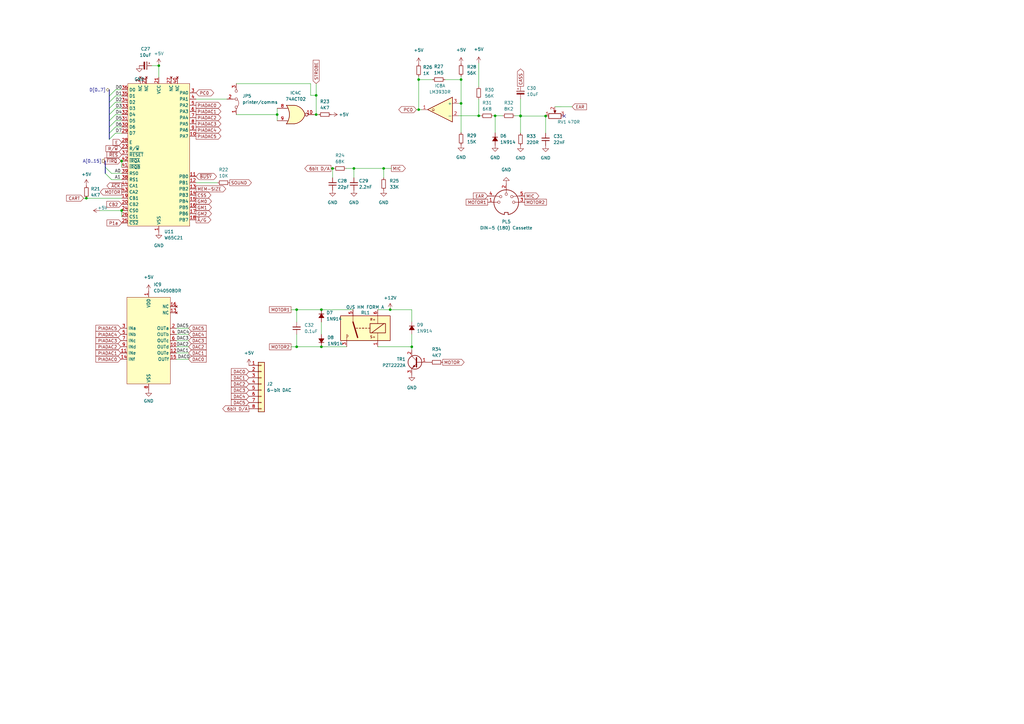
<source format=kicad_sch>
(kicad_sch (version 20231120) (generator "eeschema") (generator_version "8.0")
  (paper "A3")
  (lib_symbols
    (symbol "74xx:74LS02" (pin_names (offset 1.016))
      (property "Reference" "U" (at 0 1.27 0))
      (property "Value" "74LS02" (at 0 -1.27 0))
      (symbol "74LS02_1_1"
        (arc (start -3.81 -3.81) (mid -2.589 0) (end -3.81 3.81) (stroke (width 0.254)))
        (arc (start -0.6096 -3.81) (mid 2.1855 -2.584) (end 3.81 0) (stroke (width 0.254)) (fill (type background)))
        (polyline (pts (xy -3.81 -3.81) (xy -0.635 -3.81)) (stroke (width 0.254)) (fill (type background)))
        (polyline (pts (xy -3.81 3.81) (xy -0.635 3.81)) (stroke (width 0.254)) (fill (type background)))
        (polyline (pts (xy -0.635 3.81) (xy -3.81 3.81) (xy -3.81 3.81) (xy -3.556 3.4036) (xy -3.0226 2.2606) (xy -2.6924 1.0414) (xy -2.6162 -0.254) (xy -2.7686 -1.4986) (xy -3.175 -2.7178) (xy -3.81 -3.81) (xy -3.81 -3.81) (xy -0.635 -3.81)) (stroke (width -25.4)) (fill (type background)))
        (arc (start 3.81 0) (mid 2.1928 2.5925) (end -0.6096 3.81) (stroke (width 0.254)) (fill (type background)))
        (pin output inverted (at 7.62 0 180) (length 3.81) (name "~") (number "1"))
        (pin input line (at -7.62 2.54 0) (length 4.318) (name "~") (number "2"))
        (pin input line (at -7.62 -2.54 0) (length 4.318) (name "~") (number "3"))
      )
      (symbol "74LS02_1_2"
        (arc (start 0 -3.81) (mid 3.7934 0) (end 0 3.81) (stroke (width 0.254)) (fill (type background)))
        (polyline (pts (xy 0 3.81) (xy -3.81 3.81) (xy -3.81 -3.81) (xy 0 -3.81)) (stroke (width 0.254)) (fill (type background)))
        (pin output line (at 7.62 0 180) (length 3.81) (name "~") (number "1"))
        (pin input inverted (at -7.62 2.54 0) (length 3.81) (name "~") (number "2"))
        (pin input inverted (at -7.62 -2.54 0) (length 3.81) (name "~") (number "3"))
      )
      (symbol "74LS02_2_1"
        (arc (start -3.81 -3.81) (mid -2.589 0) (end -3.81 3.81) (stroke (width 0.254)))
        (arc (start -0.6096 -3.81) (mid 2.1855 -2.584) (end 3.81 0) (stroke (width 0.254)) (fill (type background)))
        (polyline (pts (xy -3.81 -3.81) (xy -0.635 -3.81)) (stroke (width 0.254)) (fill (type background)))
        (polyline (pts (xy -3.81 3.81) (xy -0.635 3.81)) (stroke (width 0.254)) (fill (type background)))
        (polyline (pts (xy -0.635 3.81) (xy -3.81 3.81) (xy -3.81 3.81) (xy -3.556 3.4036) (xy -3.0226 2.2606) (xy -2.6924 1.0414) (xy -2.6162 -0.254) (xy -2.7686 -1.4986) (xy -3.175 -2.7178) (xy -3.81 -3.81) (xy -3.81 -3.81) (xy -0.635 -3.81)) (stroke (width -25.4)) (fill (type background)))
        (arc (start 3.81 0) (mid 2.1928 2.5925) (end -0.6096 3.81) (stroke (width 0.254)) (fill (type background)))
        (pin output inverted (at 7.62 0 180) (length 3.81) (name "~") (number "4"))
        (pin input line (at -7.62 2.54 0) (length 4.318) (name "~") (number "5"))
        (pin input line (at -7.62 -2.54 0) (length 4.318) (name "~") (number "6"))
      )
      (symbol "74LS02_2_2"
        (arc (start 0 -3.81) (mid 3.7934 0) (end 0 3.81) (stroke (width 0.254)) (fill (type background)))
        (polyline (pts (xy 0 3.81) (xy -3.81 3.81) (xy -3.81 -3.81) (xy 0 -3.81)) (stroke (width 0.254)) (fill (type background)))
        (pin output line (at 7.62 0 180) (length 3.81) (name "~") (number "4"))
        (pin input inverted (at -7.62 2.54 0) (length 3.81) (name "~") (number "5"))
        (pin input inverted (at -7.62 -2.54 0) (length 3.81) (name "~") (number "6"))
      )
      (symbol "74LS02_3_1"
        (arc (start -3.81 -3.81) (mid -2.589 0) (end -3.81 3.81) (stroke (width 0.254)))
        (arc (start -0.6096 -3.81) (mid 2.1855 -2.584) (end 3.81 0) (stroke (width 0.254)) (fill (type background)))
        (polyline (pts (xy -3.81 -3.81) (xy -0.635 -3.81)) (stroke (width 0.254)) (fill (type background)))
        (polyline (pts (xy -3.81 3.81) (xy -0.635 3.81)) (stroke (width 0.254)) (fill (type background)))
        (polyline (pts (xy -0.635 3.81) (xy -3.81 3.81) (xy -3.81 3.81) (xy -3.556 3.4036) (xy -3.0226 2.2606) (xy -2.6924 1.0414) (xy -2.6162 -0.254) (xy -2.7686 -1.4986) (xy -3.175 -2.7178) (xy -3.81 -3.81) (xy -3.81 -3.81) (xy -0.635 -3.81)) (stroke (width -25.4)) (fill (type background)))
        (arc (start 3.81 0) (mid 2.1928 2.5925) (end -0.6096 3.81) (stroke (width 0.254)) (fill (type background)))
        (pin output inverted (at 7.62 0 180) (length 3.81) (name "~") (number "10"))
        (pin input line (at -7.62 2.54 0) (length 4.318) (name "~") (number "8"))
        (pin input line (at -7.62 -2.54 0) (length 4.318) (name "~") (number "9"))
      )
      (symbol "74LS02_3_2"
        (arc (start 0 -3.81) (mid 3.7934 0) (end 0 3.81) (stroke (width 0.254)) (fill (type background)))
        (polyline (pts (xy 0 3.81) (xy -3.81 3.81) (xy -3.81 -3.81) (xy 0 -3.81)) (stroke (width 0.254)) (fill (type background)))
        (pin output line (at 7.62 0 180) (length 3.81) (name "~") (number "10"))
        (pin input inverted (at -7.62 2.54 0) (length 3.81) (name "~") (number "8"))
        (pin input inverted (at -7.62 -2.54 0) (length 3.81) (name "~") (number "9"))
      )
      (symbol "74LS02_4_1"
        (arc (start -3.81 -3.81) (mid -2.589 0) (end -3.81 3.81) (stroke (width 0.254)))
        (arc (start -0.6096 -3.81) (mid 2.1855 -2.584) (end 3.81 0) (stroke (width 0.254)) (fill (type background)))
        (polyline (pts (xy -3.81 -3.81) (xy -0.635 -3.81)) (stroke (width 0.254)) (fill (type background)))
        (polyline (pts (xy -3.81 3.81) (xy -0.635 3.81)) (stroke (width 0.254)) (fill (type background)))
        (polyline (pts (xy -0.635 3.81) (xy -3.81 3.81) (xy -3.81 3.81) (xy -3.556 3.4036) (xy -3.0226 2.2606) (xy -2.6924 1.0414) (xy -2.6162 -0.254) (xy -2.7686 -1.4986) (xy -3.175 -2.7178) (xy -3.81 -3.81) (xy -3.81 -3.81) (xy -0.635 -3.81)) (stroke (width -25.4)) (fill (type background)))
        (arc (start 3.81 0) (mid 2.1928 2.5925) (end -0.6096 3.81) (stroke (width 0.254)) (fill (type background)))
        (pin input line (at -7.62 2.54 0) (length 4.318) (name "~") (number "11"))
        (pin input line (at -7.62 -2.54 0) (length 4.318) (name "~") (number "12"))
        (pin output inverted (at 7.62 0 180) (length 3.81) (name "~") (number "13"))
      )
      (symbol "74LS02_4_2"
        (arc (start 0 -3.81) (mid 3.7934 0) (end 0 3.81) (stroke (width 0.254)) (fill (type background)))
        (polyline (pts (xy 0 3.81) (xy -3.81 3.81) (xy -3.81 -3.81) (xy 0 -3.81)) (stroke (width 0.254)) (fill (type background)))
        (pin input inverted (at -7.62 2.54 0) (length 3.81) (name "~") (number "11"))
        (pin input inverted (at -7.62 -2.54 0) (length 3.81) (name "~") (number "12"))
        (pin output line (at 7.62 0 180) (length 3.81) (name "~") (number "13"))
      )
      (symbol "74LS02_5_0"
        (pin power_in line (at 0 12.7 270) (length 5.08) (name "VCC") (number "14"))
        (pin power_in line (at 0 -12.7 90) (length 5.08) (name "GND") (number "7"))
      )
      (symbol "74LS02_5_1"
        (rectangle (start -5.08 7.62) (end 5.08 -7.62) (stroke (width 0.254)) (fill (type background)))
      )
    )
    (symbol "Comparator:LM393" (pin_names (offset 0.127))
      (property "Reference" "U" (at 3.81 3.81 0))
      (property "Value" "LM393" (at 6.35 -3.81 0))
      (symbol "LM393_1_1"
        (polyline (pts (xy -5.08 5.08) (xy 5.08 0) (xy -5.08 -5.08) (xy -5.08 5.08)) (stroke (width 0.254)) (fill (type background)))
        (polyline (pts (xy 3.302 -0.508) (xy 2.794 -0.508) (xy 3.302 0) (xy 2.794 0.508) (xy 2.286 0) (xy 2.794 -0.508) (xy 2.286 -0.508)) (stroke (width 0.127)))
        (pin open_collector line (at 7.62 0 180) (length 2.54) (name "~") (number "1"))
        (pin input line (at -7.62 -2.54 0) (length 2.54) (name "-") (number "2"))
        (pin input line (at -7.62 2.54 0) (length 2.54) (name "+") (number "3"))
      )
      (symbol "LM393_2_1"
        (polyline (pts (xy -5.08 5.08) (xy 5.08 0) (xy -5.08 -5.08) (xy -5.08 5.08)) (stroke (width 0.254)) (fill (type background)))
        (polyline (pts (xy 3.302 -0.508) (xy 2.794 -0.508) (xy 3.302 0) (xy 2.794 0.508) (xy 2.286 0) (xy 2.794 -0.508) (xy 2.286 -0.508)) (stroke (width 0.127)))
        (pin input line (at -7.62 2.54 0) (length 2.54) (name "+") (number "5"))
        (pin input line (at -7.62 -2.54 0) (length 2.54) (name "_") (number "6"))
        (pin open_collector line (at 7.62 0 180) (length 2.54) (name "~") (number "7"))
      )
      (symbol "LM393_3_1"
        (pin power_in line (at -2.54 -7.62 90) (length 3.81) (name "V-") (number "4"))
        (pin power_in line (at -2.54 7.62 270) (length 3.81) (name "V+") (number "8"))
      )
    )
    (symbol "Connector:DIN-5_180degree" (pin_names (offset 1.016))
      (property "Reference" "J" (at 3.175 5.715 0))
      (property "Value" "DIN-5_180degree" (at 0 -6.35 0))
      (symbol "DIN-5_180degree_0_1"
        (arc (start -5.08 0) (mid -3.8597 -3.3379) (end -0.762 -5.08) (stroke (width 0.254)))
        (circle (center -3.048 0) (radius 0.508))
        (circle (center -2.286 2.286) (radius 0.508))
        (polyline (pts (xy -5.08 0) (xy -3.556 0)))
        (polyline (pts (xy 0 5.08) (xy 0 3.81)))
        (polyline (pts (xy 5.08 0) (xy 3.556 0)))
        (polyline (pts (xy -5.08 2.54) (xy -4.318 2.54) (xy -2.794 2.286)))
        (polyline (pts (xy 5.08 2.54) (xy 4.318 2.54) (xy 2.794 2.286)))
        (polyline (pts (xy -0.762 -4.953) (xy -0.762 -4.191) (xy 0.762 -4.191) (xy 0.762 -4.953)) (stroke (width 0.254)))
        (circle (center 0 3.302) (radius 0.508))
        (arc (start 0.762 -5.08) (mid 3.8673 -3.3444) (end 5.08 0) (stroke (width 0.254)))
        (circle (center 2.286 2.286) (radius 0.508))
        (circle (center 3.048 0) (radius 0.508))
        (arc (start 5.08 0) (mid 0 5.0579) (end -5.08 0) (stroke (width 0.254)))
      )
      (symbol "DIN-5_180degree_1_1"
        (pin passive line (at -7.62 0 0) (length 2.54) (name "~") (number "1"))
        (pin passive line (at 0 7.62 270) (length 2.54) (name "~") (number "2"))
        (pin passive line (at 7.62 0 180) (length 2.54) (name "~") (number "3"))
        (pin passive line (at -7.62 2.54 0) (length 2.54) (name "~") (number "4"))
        (pin passive line (at 7.62 2.54 180) (length 2.54) (name "~") (number "5"))
      )
    )
    (symbol "Connector_Generic:Conn_01x08" (pin_names (offset 1.016) hide)
      (property "Reference" "J" (at 0 10.16 0))
      (property "Value" "Conn_01x08" (at 0 -12.7 0))
      (symbol "Conn_01x08_1_1"
        (rectangle (start -1.27 -10.033) (end 0 -10.287) (stroke (width 0.1524)))
        (rectangle (start -1.27 -7.493) (end 0 -7.747) (stroke (width 0.1524)))
        (rectangle (start -1.27 -4.953) (end 0 -5.207) (stroke (width 0.1524)))
        (rectangle (start -1.27 -2.413) (end 0 -2.667) (stroke (width 0.1524)))
        (rectangle (start -1.27 0.127) (end 0 -0.127) (stroke (width 0.1524)))
        (rectangle (start -1.27 2.667) (end 0 2.413) (stroke (width 0.1524)))
        (rectangle (start -1.27 5.207) (end 0 4.953) (stroke (width 0.1524)))
        (rectangle (start -1.27 7.747) (end 0 7.493) (stroke (width 0.1524)))
        (rectangle (start -1.27 8.89) (end 1.27 -11.43) (stroke (width 0.254)) (fill (type background)))
        (pin passive line (at -5.08 7.62 0) (length 3.81) (name "Pin_1") (number "1"))
        (pin passive line (at -5.08 5.08 0) (length 3.81) (name "Pin_2") (number "2"))
        (pin passive line (at -5.08 2.54 0) (length 3.81) (name "Pin_3") (number "3"))
        (pin passive line (at -5.08 0 0) (length 3.81) (name "Pin_4") (number "4"))
        (pin passive line (at -5.08 -2.54 0) (length 3.81) (name "Pin_5") (number "5"))
        (pin passive line (at -5.08 -5.08 0) (length 3.81) (name "Pin_6") (number "6"))
        (pin passive line (at -5.08 -7.62 0) (length 3.81) (name "Pin_7") (number "7"))
        (pin passive line (at -5.08 -10.16 0) (length 3.81) (name "Pin_8") (number "8"))
      )
    )
    (symbol "Device:C_Polarized_Small" (pin_numbers hide) (pin_names (offset 0.254) hide)
      (property "Reference" "C" (at 0.254 1.778 0))
      (property "Value" "C_Polarized_Small" (at 0.254 -2.032 0))
      (symbol "C_Polarized_Small_0_1"
        (rectangle (start -1.524 -0.3048) (end 1.524 -0.6858) (fill (type outline)))
        (rectangle (start -1.524 0.6858) (end 1.524 0.3048))
        (polyline (pts (xy -1.27 1.524) (xy -0.762 1.524)))
        (polyline (pts (xy -1.016 1.27) (xy -1.016 1.778)))
      )
      (symbol "C_Polarized_Small_1_1"
        (pin passive line (at 0 2.54 270) (length 1.8542) (name "~") (number "1"))
        (pin passive line (at 0 -2.54 90) (length 1.8542) (name "~") (number "2"))
      )
    )
    (symbol "Device:C_Small" (pin_numbers hide) (pin_names (offset 0.254) hide)
      (property "Reference" "C" (at 0.254 1.778 0))
      (property "Value" "C_Small" (at 0.254 -2.032 0))
      (symbol "C_Small_0_1"
        (polyline (pts (xy -1.524 -0.508) (xy 1.524 -0.508)) (stroke (width 0.3302)))
        (polyline (pts (xy -1.524 0.508) (xy 1.524 0.508)) (stroke (width 0.3048)))
      )
      (symbol "C_Small_1_1"
        (pin passive line (at 0 2.54 270) (length 2.032) (name "~") (number "1"))
        (pin passive line (at 0 -2.54 90) (length 2.032) (name "~") (number "2"))
      )
    )
    (symbol "Device:D_Small_Filled" (pin_numbers hide) (pin_names (offset 0.254) hide)
      (property "Reference" "D" (at -1.27 2.032 0))
      (property "Value" "D_Small_Filled" (at -3.81 -2.032 0))
      (symbol "D_Small_Filled_0_1"
        (polyline (pts (xy -0.762 -1.016) (xy -0.762 1.016)) (stroke (width 0.254)))
        (polyline (pts (xy -0.762 0) (xy 0.762 0)))
        (polyline (pts (xy 0.762 -1.016) (xy -0.762 0) (xy 0.762 1.016) (xy 0.762 -1.016)) (stroke (width 0.254)) (fill (type outline)))
      )
      (symbol "D_Small_Filled_1_1"
        (pin passive line (at -2.54 0 0) (length 1.778) (name "K") (number "1"))
        (pin passive line (at 2.54 0 180) (length 1.778) (name "A") (number "2"))
      )
    )
    (symbol "Device:R_Potentiometer" (pin_names (offset 1.016) hide)
      (property "Reference" "RV" (at -4.445 0 90))
      (property "Value" "R_Potentiometer" (at -2.54 0 90))
      (symbol "R_Potentiometer_0_1"
        (polyline (pts (xy 2.54 0) (xy 1.524 0)))
        (polyline (pts (xy 1.143 0) (xy 2.286 0.508) (xy 2.286 -0.508) (xy 1.143 0)) (fill (type outline)))
        (rectangle (start 1.016 2.54) (end -1.016 -2.54) (stroke (width 0.254)))
      )
      (symbol "R_Potentiometer_1_1"
        (pin passive line (at 0 3.81 270) (length 1.27) (name "1") (number "1"))
        (pin passive line (at 3.81 0 180) (length 1.27) (name "2") (number "2"))
        (pin passive line (at 0 -3.81 90) (length 1.27) (name "3") (number "3"))
      )
    )
    (symbol "Device:R_Small" (pin_numbers hide) (pin_names (offset 0.254) hide)
      (property "Reference" "R" (at 0.762 0.508 0))
      (property "Value" "R_Small" (at 0.762 -1.016 0))
      (symbol "R_Small_0_1"
        (rectangle (start -0.762 1.778) (end 0.762 -1.778) (stroke (width 0.2032)))
      )
      (symbol "R_Small_1_1"
        (pin passive line (at 0 2.54 270) (length 0.762) (name "~") (number "1"))
        (pin passive line (at 0 -2.54 90) (length 0.762) (name "~") (number "2"))
      )
    )
    (symbol "Jumper:Jumper_3_Bridged12" (pin_names (offset 0) hide)
      (property "Reference" "JP" (at -2.54 -2.54 0))
      (property "Value" "Jumper_3_Bridged12" (at 0 2.794 0))
      (symbol "Jumper_3_Bridged12_0_0"
        (circle (center -3.302 0) (radius 0.508))
        (circle (center 0 0) (radius 0.508))
        (circle (center 3.302 0) (radius 0.508))
      )
      (symbol "Jumper_3_Bridged12_0_1"
        (arc (start -0.254 0.508) (mid -1.651 0.9912) (end -3.048 0.508))
        (polyline (pts (xy 0 -1.27) (xy 0 -0.508)))
      )
      (symbol "Jumper_3_Bridged12_1_1"
        (pin passive line (at -6.35 0 0) (length 2.54) (name "A") (number "1"))
        (pin input line (at 0 -3.81 90) (length 2.54) (name "C") (number "2"))
        (pin passive line (at 6.35 0 180) (length 2.54) (name "B") (number "3"))
      )
    )
    (symbol "Motorola PIA:MC14050BCP"
      (property "Reference" "U" (at 0 8.89 0))
      (property "Value" "MC14050BCP" (at 0 -10.16 0))
      (symbol "MC14050BCP_0_1"
        (rectangle (start -8.89 17.78) (end 8.89 -17.78) (fill (type background)))
      )
      (symbol "MC14050BCP_1_1"
        (pin power_in line (at 0 20.32 270) (length 2.54) (name "VDD") (number "1"))
        (pin output line (at 11.43 -2.54 180) (length 2.54) (name "OUTd") (number "10"))
        (pin input line (at -11.43 -5.08 0) (length 2.54) (name "INe") (number "11"))
        (pin output line (at 11.43 -5.08 180) (length 2.54) (name "OUTe") (number "12"))
        (pin no_connect line (at 11.43 11.43 180) (length 2.54) (name "NC") (number "13"))
        (pin input line (at -11.43 -7.62 0) (length 2.54) (name "INf") (number "14"))
        (pin output line (at 11.43 -7.62 180) (length 2.54) (name "OUTf") (number "15"))
        (pin no_connect line (at 11.43 13.97 180) (length 2.54) (name "NC") (number "16"))
        (pin output line (at 11.43 5.08 180) (length 2.54) (name "OUTa") (number "2"))
        (pin input line (at -11.43 5.08 0) (length 2.54) (name "INa") (number "3"))
        (pin output line (at 11.43 2.54 180) (length 2.54) (name "OUTb") (number "4"))
        (pin input line (at -11.43 2.54 0) (length 2.54) (name "INb") (number "5"))
        (pin output line (at 11.43 0 180) (length 2.54) (name "OUTc") (number "6"))
        (pin input line (at -11.43 0 0) (length 2.54) (name "INc") (number "7"))
        (pin power_in line (at 0 -20.32 90) (length 2.54) (name "VSS") (number "8"))
        (pin input line (at -11.43 -2.54 0) (length 2.54) (name "INd") (number "9"))
      )
    )
    (symbol "Motorola PIA:W65C21"
      (property "Reference" "U" (at 0 1.27 0))
      (property "Value" "W65C21" (at 0 -1.27 0))
      (symbol "W65C21_0_1"
        (rectangle (start -12.7 30.48) (end 12.7 -27.94) (fill (type background)))
      )
      (symbol "W65C21_1_0"
        (pin output line (at -15.24 -3.81 0) (length 2.54) (name "~{IRQB}") (number "41"))
        (pin output line (at -15.24 -1.27 0) (length 2.54) (name "~{IRQA}") (number "42"))
        (pin input line (at -15.24 -13.97 0) (length 2.54) (name "CA2") (number "43"))
        (pin input line (at -15.24 -11.43 0) (length 2.54) (name "CA1") (number "44"))
      )
      (symbol "W65C21_1_1"
        (pin passive line (at 0 -30.48 90) (length 2.54) (name "VSS") (number "1"))
        (pin bidirectional line (at 15.24 8.89 180) (length 2.54) (name "PA7") (number "10"))
        (pin bidirectional line (at 15.24 -7.62 180) (length 2.54) (name "PB0") (number "11"))
        (pin bidirectional line (at 15.24 -10.16 180) (length 2.54) (name "PB1") (number "12"))
        (pin bidirectional line (at 15.24 -12.7 180) (length 2.54) (name "PB2") (number "13"))
        (pin bidirectional line (at 15.24 -15.24 180) (length 2.54) (name "PB3") (number "14"))
        (pin bidirectional line (at 15.24 -17.78 180) (length 2.54) (name "PB4") (number "15"))
        (pin bidirectional line (at 15.24 -20.32 180) (length 2.54) (name "PB5") (number "16"))
        (pin bidirectional line (at 15.24 -22.86 180) (length 2.54) (name "PB6") (number "17"))
        (pin bidirectional line (at 15.24 -25.4 180) (length 2.54) (name "PB7") (number "18"))
        (pin input line (at -15.24 -16.51 0) (length 2.54) (name "CB1") (number "19"))
        (pin no_connect line (at -7.62 33.02 270) (length 2.54) (name "NC") (number "2"))
        (pin input line (at -15.24 -19.05 0) (length 2.54) (name "CB2") (number "20"))
        (pin passive line (at 0 33.02 270) (length 2.54) (name "VCC") (number "21"))
        (pin no_connect line (at -5.08 33.02 270) (length 2.54) (name "NC") (number "22"))
        (pin input line (at -15.24 3.81 0) (length 2.54) (name "R/~{W}") (number "23"))
        (pin input line (at -15.24 -21.59 0) (length 2.54) (name "CS0") (number "24"))
        (pin input line (at -15.24 -26.67 0) (length 2.54) (name "~{CS2}") (number "25"))
        (pin input line (at -15.24 -24.13 0) (length 2.54) (name "CS1") (number "26"))
        (pin no_connect line (at 5.08 33.02 270) (length 2.54) (name "NC") (number "27"))
        (pin input line (at -15.24 6.35 0) (length 2.54) (name "E") (number "28"))
        (pin bidirectional line (at -15.24 10.16 0) (length 2.54) (name "D7") (number "29"))
        (pin bidirectional line (at 15.24 26.67 180) (length 2.54) (name "PA0") (number "3"))
        (pin bidirectional line (at -15.24 12.7 0) (length 2.54) (name "D6") (number "30"))
        (pin bidirectional line (at -15.24 15.24 0) (length 2.54) (name "D5") (number "31"))
        (pin bidirectional line (at -15.24 17.78 0) (length 2.54) (name "D4") (number "32"))
        (pin bidirectional line (at -15.24 20.32 0) (length 2.54) (name "D3") (number "33"))
        (pin bidirectional line (at -15.24 22.86 0) (length 2.54) (name "D2") (number "34"))
        (pin bidirectional line (at -15.24 25.4 0) (length 2.54) (name "D1") (number "35"))
        (pin bidirectional line (at -15.24 27.94 0) (length 2.54) (name "D0") (number "36"))
        (pin input line (at -15.24 1.27 0) (length 2.54) (name "~{RESET}") (number "37"))
        (pin input line (at -15.24 -8.89 0) (length 2.54) (name "RS1") (number "38"))
        (pin input line (at -15.24 -6.35 0) (length 2.54) (name "RS0") (number "39"))
        (pin bidirectional line (at 15.24 24.13 180) (length 2.54) (name "PA1") (number "4"))
        (pin no_connect line (at 7.62 33.02 270) (length 2.54) (name "NC") (number "40"))
        (pin bidirectional line (at 15.24 21.59 180) (length 2.54) (name "PA2") (number "5"))
        (pin bidirectional line (at 15.24 19.05 180) (length 2.54) (name "PA3") (number "6"))
        (pin bidirectional line (at 15.24 16.51 180) (length 2.54) (name "PA4") (number "7"))
        (pin bidirectional line (at 15.24 13.97 180) (length 2.54) (name "PA5") (number "8"))
        (pin bidirectional line (at 15.24 11.43 180) (length 2.54) (name "PA6") (number "9"))
      )
    )
    (symbol "Relay:ADW11"
      (property "Reference" "K" (at 11.43 3.81 0))
      (property "Value" "ADW11" (at 13.97 1.27 0))
      (symbol "ADW11_1_1"
        (rectangle (start -10.16 5.08) (end 10.16 -5.08) (stroke (width 0.254)) (fill (type background)))
        (rectangle (start -8.255 1.905) (end -1.905 -1.905) (stroke (width 0.254)))
        (polyline (pts (xy -7.62 -1.905) (xy -2.54 1.905)) (stroke (width 0.254)))
        (polyline (pts (xy -5.08 -5.08) (xy -5.08 -1.905)))
        (polyline (pts (xy -5.08 5.08) (xy -5.08 1.905)))
        (polyline (pts (xy -1.905 0) (xy -1.27 0)) (stroke (width 0.254)))
        (polyline (pts (xy -0.635 0) (xy 0 0)) (stroke (width 0.254)))
        (polyline (pts (xy 0.635 0) (xy 1.27 0)) (stroke (width 0.254)))
        (polyline (pts (xy 0.635 0) (xy 1.27 0)) (stroke (width 0.254)))
        (polyline (pts (xy 1.905 0) (xy 2.54 0)) (stroke (width 0.254)))
        (polyline (pts (xy 3.175 0) (xy 3.81 0)) (stroke (width 0.254)))
        (polyline (pts (xy 5.08 -2.54) (xy 3.175 3.81)) (stroke (width 0.508)))
        (polyline (pts (xy 5.08 -2.54) (xy 5.08 -5.08)))
        (polyline (pts (xy 7.62 3.81) (xy 7.62 5.08)))
        (polyline (pts (xy 7.62 3.81) (xy 7.62 2.54) (xy 6.985 3.175) (xy 7.62 3.81)))
        (text "R+" (at -3.048 -3.556 0) (effects (font (size 1.016 1.016))))
        (text "S+" (at -3.048 3.556 0) (effects (font (size 1.016 1.016))))
        (pin passive line (at -5.08 7.62 270) (length 2.54) (name "~") (number "1"))
        (pin passive line (at 7.62 7.62 270) (length 2.54) (name "~") (number "3"))
        (pin passive line (at 5.08 -7.62 90) (length 2.54) (name "~") (number "5"))
        (pin passive line (at -5.08 -7.62 90) (length 2.54) (name "~") (number "6"))
      )
    )
    (symbol "Transistor_BJT:PZT2222A" (pin_names (offset 0) hide)
      (property "Reference" "Q" (at 5.08 1.905 0))
      (property "Value" "PZT2222A" (at 5.08 0 0))
      (symbol "PZT2222A_0_1"
        (polyline (pts (xy 0 0) (xy 0.635 0)))
        (polyline (pts (xy 2.54 -2.54) (xy 0.635 -0.635)))
        (polyline (pts (xy 2.54 2.54) (xy 0.635 0.635)))
        (polyline (pts (xy 0.635 1.905) (xy 0.635 -1.905) (xy 0.635 -1.905)) (stroke (width 0.508)))
        (polyline (pts (xy 2.286 -2.286) (xy 1.778 -1.778) (xy 1.778 -1.778)))
        (polyline (pts (xy 1.143 -1.651) (xy 1.651 -1.143) (xy 2.159 -2.159) (xy 1.143 -1.651) (xy 1.143 -1.651)) (fill (type outline)))
        (circle (center 1.27 0) (radius 2.8194) (stroke (width 0.254)))
      )
      (symbol "PZT2222A_1_1"
        (pin input line (at -5.08 0 0) (length 5.08) (name "B") (number "1"))
        (pin passive line (at 2.54 5.08 270) (length 2.54) (name "C") (number "2"))
        (pin passive line (at 2.54 -5.08 90) (length 2.54) (name "E") (number "3"))
      )
    )
    (symbol "power:+12V" (power) (pin_names (offset 0))
      (property "Value" "+12V" (at 0 3.556 0))
      (symbol "+12V_0_1"
        (polyline (pts (xy -0.762 1.27) (xy 0 2.54)))
        (polyline (pts (xy 0 0) (xy 0 2.54)))
        (polyline (pts (xy 0 2.54) (xy 0.762 1.27)))
      )
      (symbol "+12V_1_1"
        (pin power_in line (at 0 0 90) (length 0) hide (name "+12V") (number "1"))
      )
    )
    (symbol "power:+5V" (power) (pin_names (offset 0))
      (property "Value" "+5V" (at 0 3.556 0))
      (symbol "+5V_0_1"
        (polyline (pts (xy -0.762 1.27) (xy 0 2.54)))
        (polyline (pts (xy 0 0) (xy 0 2.54)))
        (polyline (pts (xy 0 2.54) (xy 0.762 1.27)))
      )
      (symbol "+5V_1_1"
        (pin power_in line (at 0 0 90) (length 0) hide (name "+5V") (number "1"))
      )
    )
    (symbol "power:GND" (power) (pin_names (offset 0))
      (property "Value" "GND" (at 0 -3.81 0))
      (symbol "GND_0_1"
        (polyline (pts (xy 0 0) (xy 0 -1.27) (xy 1.27 -1.27) (xy 0 -2.54) (xy -1.27 -1.27) (xy 0 -1.27)))
      )
      (symbol "GND_1_1"
        (pin power_in line (at 0 0 270) (length 0) hide (name "GND") (number "1"))
      )
    )
  )
  (junction (at 223.774 47.5983))
  (junction (at 196.342 47.498))
  (junction (at 189.103 32.639))
  (junction (at 35.433 81.28))
  (junction (at 131.826 127))
  (junction (at 203.073 47.498))
  (junction (at 189.103 42.418))
  (junction (at 65.151 26.924))
  (junction (at 113.665 46.99))
  (junction (at 160.02 127))
  (junction (at 131.826 142.24))
  (junction (at 213.487 47.498))
  (junction (at 213.487 47.5983))
  (junction (at 136.398 69.088))
  (junction (at 129.667 46.99))
  (junction (at 49.911 86.36))
  (junction (at 121.666 127))
  (junction (at 49.911 66.04))
  (junction (at 171.704 44.958))
  (junction (at 171.704 32.639))
  (junction (at 145.161 69.088))
  (junction (at 121.666 142.24))
  (junction (at 157.353 69.088))
  (junction (at 129.667 39.116))
  (junction (at 168.91 142.24))
  (no_connect (at 231.394 47.5983))
  (bus_entry (at 44.831 52.07) (size 2.54 -2.54))
  (bus_entry (at 43.18 68.58) (size 2.54 2.54))
  (bus_entry (at 44.831 39.37) (size 2.54 -2.54))
  (bus_entry (at 43.18 71.12) (size 2.54 2.54))
  (bus_entry (at 44.831 46.99) (size 2.54 -2.54))
  (bus_entry (at 44.831 41.91) (size 2.54 -2.54))
  (bus_entry (at 44.831 49.53) (size 2.54 -2.54))
  (bus_entry (at 44.831 57.15) (size 2.54 -2.54))
  (bus_entry (at 44.831 54.61) (size 2.54 -2.54))
  (bus_entry (at 44.831 44.45) (size 2.54 -2.54))
  (wire (pts (xy 77.343 139.7) (xy 72.39 139.7)))
  (wire (pts (xy 121.666 127) (xy 131.826 127)))
  (wire (pts (xy 49.911 66.04) (xy 49.911 68.58)))
  (wire (pts (xy 145.161 69.088) (xy 145.161 72.898)))
  (wire (pts (xy 196.342 25.908) (xy 196.342 35.56)))
  (wire (pts (xy 96.901 34.29) (xy 127.381 34.29)))
  (wire (pts (xy 171.704 32.639) (xy 171.704 44.958)))
  (wire (pts (xy 127.381 39.116) (xy 129.667 39.116)))
  (wire (pts (xy 77.343 147.32) (xy 72.39 147.32)))
  (wire (pts (xy 77.343 134.62) (xy 72.39 134.62)))
  (wire (pts (xy 47.371 52.07) (xy 49.911 52.07)))
  (bus (pts (xy 44.831 46.99) (xy 44.831 44.45)))
  (wire (pts (xy 129.667 39.116) (xy 129.667 46.99)))
  (wire (pts (xy 131.826 142.24) (xy 142.24 142.24)))
  (wire (pts (xy 213.487 47.498) (xy 211.201 47.498)))
  (wire (pts (xy 223.774 47.5983) (xy 213.487 47.5983)))
  (wire (pts (xy 213.487 47.5983) (xy 213.487 47.498)))
  (wire (pts (xy 96.901 46.99) (xy 113.665 46.99)))
  (wire (pts (xy 121.666 142.24) (xy 131.826 142.24)))
  (wire (pts (xy 160.02 127) (xy 168.91 127)))
  (wire (pts (xy 145.161 69.088) (xy 141.986 69.088)))
  (wire (pts (xy 203.073 47.498) (xy 202.311 47.498)))
  (wire (pts (xy 131.826 132.08) (xy 131.826 137.16)))
  (wire (pts (xy 113.665 44.45) (xy 113.665 46.99)))
  (wire (pts (xy 168.91 137.033) (xy 168.91 142.24)))
  (wire (pts (xy 47.371 49.53) (xy 49.911 49.53)))
  (wire (pts (xy 45.72 73.66) (xy 49.911 73.66)))
  (wire (pts (xy 62.23 26.924) (xy 65.151 26.924)))
  (wire (pts (xy 35.433 81.28) (xy 49.911 81.28)))
  (wire (pts (xy 40.894 86.36) (xy 49.911 86.36)))
  (wire (pts (xy 171.704 31.369) (xy 171.704 32.639)))
  (wire (pts (xy 171.704 32.639) (xy 177.419 32.639)))
  (bus (pts (xy 44.831 41.91) (xy 44.831 39.37)))
  (wire (pts (xy 47.371 46.99) (xy 49.911 46.99)))
  (wire (pts (xy 65.151 26.67) (xy 65.151 26.924)))
  (wire (pts (xy 189.103 32.639) (xy 182.499 32.639)))
  (wire (pts (xy 197.231 47.498) (xy 196.342 47.498)))
  (wire (pts (xy 93.091 40.64) (xy 80.391 40.64)))
  (wire (pts (xy 127.381 34.29) (xy 127.381 39.116)))
  (wire (pts (xy 89.154 74.93) (xy 80.391 74.93)))
  (bus (pts (xy 44.831 54.61) (xy 44.831 52.07)))
  (wire (pts (xy 34.29 81.28) (xy 35.433 81.28)))
  (wire (pts (xy 196.342 47.498) (xy 188.087 47.498)))
  (wire (pts (xy 113.665 46.99) (xy 113.665 49.53)))
  (wire (pts (xy 47.371 54.61) (xy 49.911 54.61)))
  (wire (pts (xy 47.371 39.37) (xy 49.911 39.37)))
  (wire (pts (xy 129.667 46.99) (xy 130.683 46.99)))
  (wire (pts (xy 160.528 69.088) (xy 157.353 69.088)))
  (wire (pts (xy 203.073 54.483) (xy 203.073 47.498)))
  (wire (pts (xy 77.343 137.16) (xy 72.39 137.16)))
  (bus (pts (xy 43.18 71.12) (xy 43.18 68.58)))
  (wire (pts (xy 121.666 137.16) (xy 121.666 142.24)))
  (bus (pts (xy 44.831 44.45) (xy 44.831 41.91)))
  (wire (pts (xy 234.6359 43.7939) (xy 227.584 43.7883)))
  (wire (pts (xy 47.371 36.83) (xy 49.911 36.83)))
  (wire (pts (xy 131.826 127) (xy 144.78 127)))
  (wire (pts (xy 189.103 31.242) (xy 189.103 32.639)))
  (wire (pts (xy 213.487 54.61) (xy 213.487 47.5983)))
  (wire (pts (xy 154.94 127) (xy 160.02 127)))
  (wire (pts (xy 121.666 132.08) (xy 121.666 127)))
  (wire (pts (xy 128.905 46.99) (xy 129.667 46.99)))
  (wire (pts (xy 189.103 32.639) (xy 189.103 42.418)))
  (wire (pts (xy 119.38 127) (xy 121.666 127)))
  (bus (pts (xy 44.831 49.53) (xy 44.831 52.07)))
  (wire (pts (xy 189.103 42.418) (xy 188.087 42.418)))
  (wire (pts (xy 189.103 42.418) (xy 189.103 54.356)))
  (wire (pts (xy 213.487 40.513) (xy 213.487 47.498)))
  (wire (pts (xy 77.343 142.24) (xy 72.39 142.24)))
  (bus (pts (xy 44.831 49.53) (xy 44.831 46.99)))
  (wire (pts (xy 119.38 142.24) (xy 121.666 142.24)))
  (wire (pts (xy 47.371 44.45) (xy 49.911 44.45)))
  (wire (pts (xy 129.667 34.29) (xy 129.667 39.116)))
  (wire (pts (xy 168.91 142.24) (xy 168.91 143.51)))
  (wire (pts (xy 171.704 44.958) (xy 172.847 44.958)))
  (wire (pts (xy 170.815 44.958) (xy 171.704 44.958)))
  (wire (pts (xy 77.343 144.78) (xy 72.39 144.78)))
  (wire (pts (xy 136.398 72.898) (xy 136.398 69.088)))
  (bus (pts (xy 44.831 54.61) (xy 44.831 57.15)))
  (wire (pts (xy 206.121 47.498) (xy 203.073 47.498)))
  (wire (pts (xy 168.91 127) (xy 168.91 131.953)))
  (wire (pts (xy 196.342 40.64) (xy 196.342 47.498)))
  (wire (pts (xy 49.53 66.04) (xy 49.911 66.04)))
  (wire (pts (xy 65.151 26.924) (xy 65.151 31.75)))
  (wire (pts (xy 49.911 86.36) (xy 49.911 88.9)))
  (bus (pts (xy 44.831 36.83) (xy 44.831 39.37)))
  (wire (pts (xy 135.763 69.088) (xy 136.398 69.088)))
  (wire (pts (xy 47.371 41.91) (xy 49.911 41.91)))
  (wire (pts (xy 45.72 71.12) (xy 49.911 71.12)))
  (wire (pts (xy 154.94 142.24) (xy 168.91 142.24)))
  (bus (pts (xy 43.18 66.04) (xy 43.18 68.58)))
  (wire (pts (xy 223.774 54.61) (xy 223.774 47.5983)))
  (wire (pts (xy 157.353 69.088) (xy 157.353 72.898)))
  (wire (pts (xy 136.398 69.088) (xy 136.906 69.088)))
  (wire (pts (xy 157.353 69.088) (xy 145.161 69.088)))
  (label "D1" (at 47.371 39.37 0))
  (label "A0" (at 49.53 71.12 180))
  (label "DAC0" (at 72.8456 147.32 0))
  (label "DAC1" (at 72.39 144.78 0))
  (label "D7" (at 47.371 54.61 0))
  (label "A1" (at 49.53 73.66 180))
  (label "D3" (at 47.371 44.45 0))
  (label "D5" (at 47.371 49.53 0))
  (label "D2" (at 47.371 41.91 0))
  (label "DAC5" (at 72.39 134.62 0))
  (label "DAC2" (at 72.39 142.24 0))
  (label "D4" (at 47.371 46.99 0))
  (label "DAC3" (at 72.39 139.7 0))
  (label "D6" (at 47.371 52.07 0))
  (label "DAC4" (at 72.6251 137.16 0))
  (label "D0" (at 47.371 36.83 0))
  (global_label "6bit D{slash}A" (shape output) (at 135.763 69.088 180) (property "Intersheetrefs" "${INTERSHEET_REFS}" (effects (hide yes))))
  (global_label "~{A}{slash}G" (shape output) (at 80.391 90.17 0) (property "Intersheetrefs" "${INTERSHEET_REFS}" (effects (hide yes))))
  (global_label "DAC0" (shape input) (at 77.343 147.32 0) (property "Intersheetrefs" "${INTERSHEET_REFS}" (effects (hide yes))))
  (global_label "MOTOR" (shape output) (at 49.911 78.74 180) (property "Intersheetrefs" "${INTERSHEET_REFS}" (effects (hide yes))))
  (global_label "EAR" (shape input) (at 200.025 80.391 180) (property "Intersheetrefs" "${INTERSHEET_REFS}" (effects (hide yes))))
  (global_label "MOTOR" (shape output) (at 181.61 148.59 0) (property "Intersheetrefs" "${INTERSHEET_REFS}" (effects (hide yes))))
  (global_label "PIADAC4" (shape input) (at 49.53 137.16 180) (property "Intersheetrefs" "${INTERSHEET_REFS}" (effects (hide yes))))
  (global_label "MIC" (shape output) (at 215.265 80.391 0) (property "Intersheetrefs" "${INTERSHEET_REFS}" (effects (hide yes))))
  (global_label "PIADAC4" (shape output) (at 80.391 53.34 0) (property "Intersheetrefs" "${INTERSHEET_REFS}" (effects (hide yes))))
  (global_label "~{ACK}" (shape output) (at 49.911 76.2 180) (property "Intersheetrefs" "${INTERSHEET_REFS}" (effects (hide yes))))
  (global_label "PIADAC5" (shape input) (at 49.53 134.62 180) (property "Intersheetrefs" "${INTERSHEET_REFS}" (effects (hide yes))))
  (global_label "PIADAC0" (shape input) (at 49.53 147.32 180) (property "Intersheetrefs" "${INTERSHEET_REFS}" (effects (hide yes))))
  (global_label "PIADAC0" (shape output) (at 80.391 43.18 0) (property "Intersheetrefs" "${INTERSHEET_REFS}" (effects (hide yes))))
  (global_label "DAC3" (shape input) (at 102.108 160.02 180) (property "Intersheetrefs" "${INTERSHEET_REFS}" (effects (hide yes))))
  (global_label "PIADAC1" (shape input) (at 49.53 144.78 180) (property "Intersheetrefs" "${INTERSHEET_REFS}" (effects (hide yes))))
  (global_label "SOUND" (shape output) (at 94.234 74.93 0) (property "Intersheetrefs" "${INTERSHEET_REFS}" (effects (hide yes))))
  (global_label "E" (shape input) (at 49.911 58.42 180) (property "Intersheetrefs" "${INTERSHEET_REFS}" (effects (hide yes))))
  (global_label "~{BUSY}" (shape bidirectional) (at 80.391 72.39 0) (property "Intersheetrefs" "${INTERSHEET_REFS}" (effects (hide yes))))
  (global_label "DAC5" (shape input) (at 102.108 165.1 180) (property "Intersheetrefs" "${INTERSHEET_REFS}" (effects (hide yes))))
  (global_label "GM0" (shape output) (at 80.391 82.55 0) (property "Intersheetrefs" "${INTERSHEET_REFS}" (effects (hide yes))))
  (global_label "CB2" (shape input) (at 49.911 83.82 180) (property "Intersheetrefs" "${INTERSHEET_REFS}" (effects (hide yes))))
  (global_label "DAC1" (shape input) (at 102.108 154.94 180) (property "Intersheetrefs" "${INTERSHEET_REFS}" (effects (hide yes))))
  (global_label "PIADAC5" (shape output) (at 80.391 55.88 0) (property "Intersheetrefs" "${INTERSHEET_REFS}" (effects (hide yes))))
  (global_label "DAC1" (shape input) (at 77.343 144.78 0) (property "Intersheetrefs" "${INTERSHEET_REFS}" (effects (hide yes))))
  (global_label "PIADAC1" (shape output) (at 80.391 45.72 0) (property "Intersheetrefs" "${INTERSHEET_REFS}" (effects (hide yes))))
  (global_label "CASS" (shape output) (at 213.487 35.433 90) (property "Intersheetrefs" "${INTERSHEET_REFS}" (effects (hide yes))))
  (global_label "PIADAC3" (shape output) (at 80.391 50.8 0) (property "Intersheetrefs" "${INTERSHEET_REFS}" (effects (hide yes))))
  (global_label "DAC5" (shape input) (at 77.343 134.62 0) (property "Intersheetrefs" "${INTERSHEET_REFS}" (effects (hide yes))))
  (global_label "MEM-SIZE" (shape output) (at 80.391 77.47 0) (property "Intersheetrefs" "${INTERSHEET_REFS}" (effects (hide yes))))
  (global_label "6bit D{slash}A" (shape output) (at 102.108 167.64 180) (property "Intersheetrefs" "${INTERSHEET_REFS}" (effects (hide yes))))
  (global_label "CART" (shape input) (at 34.29 81.28 180) (property "Intersheetrefs" "${INTERSHEET_REFS}" (effects (hide yes))))
  (global_label "~{RES}" (shape input) (at 49.911 63.5 180) (property "Intersheetrefs" "${INTERSHEET_REFS}" (effects (hide yes))))
  (global_label "EAR" (shape input) (at 234.6359 43.7939 0) (property "Intersheetrefs" "${INTERSHEET_REFS}" (effects (hide yes))))
  (global_label "GM2" (shape output) (at 80.391 87.63 0) (property "Intersheetrefs" "${INTERSHEET_REFS}" (effects (hide yes))))
  (global_label "~{FIRQ}" (shape input) (at 49.53 66.04 180) (property "Intersheetrefs" "${INTERSHEET_REFS}" (effects (hide yes))))
  (global_label "MOTOR2" (shape passive) (at 119.38 142.24 180) (property "Intersheetrefs" "${INTERSHEET_REFS}" (effects (hide yes))))
  (global_label "DAC4" (shape input) (at 77.343 137.16 0) (property "Intersheetrefs" "${INTERSHEET_REFS}" (effects (hide yes))))
  (global_label "GM1" (shape output) (at 80.391 85.09 0) (property "Intersheetrefs" "${INTERSHEET_REFS}" (effects (hide yes))))
  (global_label "MOTOR1" (shape passive) (at 200.025 82.931 180) (property "Intersheetrefs" "${INTERSHEET_REFS}" (effects (hide yes))))
  (global_label "STROBE" (shape input) (at 129.667 34.29 90) (property "Intersheetrefs" "${INTERSHEET_REFS}" (effects (hide yes))))
  (global_label "PIADAC3" (shape input) (at 49.53 139.7 180) (property "Intersheetrefs" "${INTERSHEET_REFS}" (effects (hide yes))))
  (global_label "PC0" (shape bidirectional) (at 80.391 38.1 0) (property "Intersheetrefs" "${INTERSHEET_REFS}" (effects (hide yes))))
  (global_label "CSS" (shape output) (at 80.391 80.01 0) (property "Intersheetrefs" "${INTERSHEET_REFS}" (effects (hide yes))))
  (global_label "MOTOR1" (shape passive) (at 119.38 127 180) (property "Intersheetrefs" "${INTERSHEET_REFS}" (effects (hide yes))))
  (global_label "PC0" (shape bidirectional) (at 170.815 44.958 180) (property "Intersheetrefs" "${INTERSHEET_REFS}" (effects (hide yes))))
  (global_label "DAC4" (shape input) (at 102.108 162.56 180) (property "Intersheetrefs" "${INTERSHEET_REFS}" (effects (hide yes))))
  (global_label "PIADAC2" (shape output) (at 80.391 48.26 0) (property "Intersheetrefs" "${INTERSHEET_REFS}" (effects (hide yes))))
  (global_label "MOTOR2" (shape passive) (at 215.265 82.931 0) (property "Intersheetrefs" "${INTERSHEET_REFS}" (effects (hide yes))))
  (global_label "DAC0" (shape input) (at 102.108 152.4 180) (property "Intersheetrefs" "${INTERSHEET_REFS}" (effects (hide yes))))
  (global_label "MIC" (shape output) (at 160.528 69.088 0) (property "Intersheetrefs" "${INTERSHEET_REFS}" (effects (hide yes))))
  (global_label "P1a" (shape input) (at 49.911 91.44 180) (property "Intersheetrefs" "${INTERSHEET_REFS}" (effects (hide yes))))
  (global_label "DAC2" (shape input) (at 77.343 142.24 0) (property "Intersheetrefs" "${INTERSHEET_REFS}" (effects (hide yes))))
  (global_label "PIADAC2" (shape input) (at 49.53 142.24 180) (property "Intersheetrefs" "${INTERSHEET_REFS}" (effects (hide yes))))
  (global_label "R{slash}~{W}" (shape input) (at 49.911 60.96 180) (property "Intersheetrefs" "${INTERSHEET_REFS}" (effects (hide yes))))
  (global_label "DAC2" (shape input) (at 102.108 157.48 180) (property "Intersheetrefs" "${INTERSHEET_REFS}" (effects (hide yes))))
  (global_label "DAC3" (shape input) (at 77.343 139.7 0) (property "Intersheetrefs" "${INTERSHEET_REFS}" (effects (hide yes))))
  (hierarchical_label "A[0..15]" (shape input) (at 43.18 66.04 180))
  (hierarchical_label "D[0..7]" (shape bidirectional) (at 44.831 36.83 180))
  (symbol (lib_id "power:+5V") (at 189.103 26.162 0) (unit 1)
    (property "Reference" "#PWR0116" (effects (hide yes)))
    (property "Value" "+5V" (at 189.103 20.447 0))
  )
  (symbol (lib_id "Device:D_Small_Filled") (at 203.073 57.023 270) (unit 1)
    (property "Reference" "D6" (at 205.105 55.7529 90) (effects (justify left)))
    (property "Value" "1N914" (at 205.105 58.2929 90) (effects (justify left)))
    (property "Footprint" "Diode_SMD:D_SOD-323_HandSoldering" (effects (hide yes)))
    (property "Datasheet" "http://www.vishay.com/docs/85622/1n914.pdf" (effects (hide yes)))
    (property "DigiKey" "1N914FS-ND" (effects (hide yes)))
  )
  (symbol (lib_id "Connector_Generic:Conn_01x08") (at 107.188 157.48 0) (unit 1)
    (property "Reference" "J2" (at 109.474 157.48 0) (effects (justify left)))
    (property "Value" "6-bit DAC" (at 109.474 160.02 0) (effects (justify left)))
    (property "Footprint" "Connector_PinSocket_2.54mm:PinSocket_1x08_P2.54mm_Vertical" (effects (hide yes)))
  )
  (symbol (lib_id "power:GND") (at 65.151 95.25 0) (unit 1)
    (property "Reference" "#PWR0110" (effects (hide yes)))
    (property "Value" "GND" (at 65.151 100.711 0))
  )
  (symbol (lib_id "Device:R_Small") (at 91.694 74.93 270) (unit 1)
    (property "Reference" "R22" (at 91.694 69.596 90))
    (property "Value" "10K" (at 91.694 72.136 90))
    (property "Footprint" "Resistor_SMD:R_0805_2012Metric_Pad1.20x1.40mm_HandSolder" (effects (hide yes)))
    (property "DigiKey" "CF14JT10K0CT-ND" (effects (hide yes)))
  )
  (symbol (lib_id "power:GND") (at 189.103 59.436 0) (unit 1)
    (property "Reference" "#PWR0117" (effects (hide yes)))
    (property "Value" "GND" (at 189.103 64.516 0))
  )
  (symbol (lib_id "Device:C_Small") (at 121.666 134.62 180) (unit 1)
    (property "Reference" "C32" (at 124.841 133.3435 0) (effects (justify right)))
    (property "Value" "0.1uF" (at 124.841 135.8835 0) (effects (justify right)))
    (property "Footprint" "Capacitor_SMD:C_0805_2012Metric_Pad1.18x1.45mm_HandSolder" (effects (hide yes)))
    (property "Datasheet" "https://www.vishay.com/docs/45171/kseries.pdf" (effects (hide yes)))
    (property "DigiKey" "BC1101CT-ND" (effects (hide yes)))
  )
  (symbol (lib_id "power:+5V") (at 60.96 119.38 0) (unit 1)
    (property "Reference" "#PWR0123" (effects (hide yes)))
    (property "Value" "+5V" (at 60.96 113.665 0))
  )
  (symbol (lib_id "Device:R_Small") (at 208.661 47.498 270) (unit 1)
    (property "Reference" "R32" (at 208.661 42.164 90))
    (property "Value" "8K2" (at 208.661 44.704 90))
    (property "Footprint" "Resistor_SMD:R_0805_2012Metric_Pad1.20x1.40mm_HandSolder" (effects (hide yes)))
    (property "DigiKey" "CF14JT8K20CT-ND" (effects (hide yes)))
  )
  (symbol (lib_id "Device:R_Small") (at 196.342 38.1 180) (unit 1)
    (property "Reference" "R30" (at 198.755 36.8299 0) (effects (justify right)))
    (property "Value" "56K" (at 198.755 39.3699 0) (effects (justify right)))
    (property "Footprint" "Resistor_SMD:R_0805_2012Metric_Pad1.20x1.40mm_HandSolder" (effects (hide yes)))
    (property "DigiKey" "CF14JT56K0CT-ND" (effects (hide yes)))
  )
  (symbol (lib_id "power:GND") (at 57.15 26.924 0) (unit 1)
    (property "Reference" "#PWR0108" (effects (hide yes)))
    (property "Value" "GND" (at 57.15 32.512 0))
  )
  (symbol (lib_id "power:+5V") (at 102.108 149.86 0) (unit 1)
    (property "Reference" "#PWR0125" (effects (hide yes)))
    (property "Value" "+5V" (at 102.108 144.78 0))
  )
  (symbol (lib_id "Device:R_Small") (at 171.704 28.829 0) (mirror y) (unit 1)
    (property "Reference" "R26" (at 173.482 27.5589 0) (effects (justify right)))
    (property "Value" "1K" (at 173.482 30.0989 0) (effects (justify right)))
    (property "Footprint" "Resistor_SMD:R_0805_2012Metric_Pad1.20x1.40mm_HandSolder" (effects (hide yes)))
    (property "DigiKey" "CF14JT1K00CT-ND" (effects (hide yes)))
  )
  (symbol (lib_id "Connector:DIN-5_180degree") (at 207.645 82.931 0) (unit 1)
    (property "Reference" "PL5" (at 207.6451 90.932 0))
    (property "Value" "DIN-5 (180) Cassette" (at 207.6451 93.472 0))
    (property "Footprint" "Dragon:DIN-5_DELTRON_671-0501_45deg_Horizontal" (effects (hide yes)))
    (property "Datasheet" "https://www.dem-uk.com/deltron-components/Data/Product_Downloads/deltron-671-0501-5-way-din-socket-data.pdf" (effects (hide yes)))
    (property "Note" "RS Components" (effects (hide yes)))
  )
  (symbol (lib_id "Device:C_Polarized_Small") (at 213.487 37.973 0) (unit 1)
    (property "Reference" "C30" (at 216.027 36.1568 0) (effects (justify left)))
    (property "Value" "10uF" (at 216.027 38.6968 0) (effects (justify left)))
    (property "Footprint" "Capacitor_SMD:CP_Elec_5x5.3" (effects (hide yes)))
    (property "Datasheet" "https://www.we-online.com/katalog/datasheet/860010372001.pdf" (effects (hide yes)))
    (property "DigiKey" "732-8593-1-ND" (effects (hide yes)))
  )
  (symbol (lib_id "power:GND") (at 145.161 77.978 0) (unit 1)
    (property "Reference" "#PWR0113" (effects (hide yes)))
    (property "Value" "GND" (at 145.161 83.058 0))
  )
  (symbol (lib_id "Device:R_Small") (at 189.103 28.702 180) (unit 1)
    (property "Reference" "R28" (at 191.516 27.4319 0) (effects (justify right)))
    (property "Value" "56K" (at 191.516 29.9719 0) (effects (justify right)))
    (property "Footprint" "Resistor_SMD:R_0805_2012Metric_Pad1.20x1.40mm_HandSolder" (effects (hide yes)))
    (property "DigiKey" "CF14JT56K0CT-ND" (effects (hide yes)))
  )
  (symbol (lib_id "Device:C_Small") (at 145.161 75.438 180) (unit 1)
    (property "Reference" "C29" (at 147.193 74.168 0) (effects (justify right)))
    (property "Value" "2.2nF" (at 147.193 76.708 0) (effects (justify right)))
    (property "Footprint" "Capacitor_SMD:C_0805_2012Metric_Pad1.18x1.45mm_HandSolder" (effects (hide yes)))
    (property "Datasheet" "https://www.vishay.com/docs/45171/kseries.pdf" (effects (hide yes)))
    (property "DigiKey" "BC1074CT-ND" (effects (hide yes)))
  )
  (symbol (lib_id "Device:R_Small") (at 35.433 78.74 0) (unit 1)
    (property "Reference" "R21" (at 37.211 77.4699 0) (effects (justify left)))
    (property "Value" "4K7" (at 37.211 80.0099 0) (effects (justify left)))
    (property "Footprint" "Resistor_SMD:R_0805_2012Metric_Pad1.20x1.40mm_HandSolder" (effects (hide yes)))
    (property "DigiKey" "CF14JT4K70CT-ND" (effects (hide yes)))
  )
  (symbol (lib_id "power:GND") (at 213.487 59.69 0) (unit 1)
    (property "Reference" "#PWR0121" (effects (hide yes)))
    (property "Value" "GND" (at 213.487 64.77 0))
  )
  (symbol (lib_id "power:GND") (at 157.353 77.978 0) (unit 1)
    (property "Reference" "#PWR0114" (effects (hide yes)))
    (property "Value" "GND" (at 157.353 83.058 0))
  )
  (symbol (lib_id "power:+5V") (at 196.342 25.908 0) (unit 1)
    (property "Reference" "#PWR0118" (effects (hide yes)))
    (property "Value" "+5V" (at 196.342 20.193 0))
  )
  (symbol (lib_id "power:GND") (at 60.96 160.02 0) (unit 1)
    (property "Reference" "#PWR0124" (effects (hide yes)))
    (property "Value" "GND" (at 60.96 164.465 0))
  )
  (symbol (lib_id "Comparator:LM393") (at 180.467 44.958 0) (mirror y) (unit 1)
    (property "Reference" "IC8" (at 180.467 35.179 0))
    (property "Value" "LM393DR" (at 180.467 37.719 0))
    (property "Footprint" "Package_SO:SOP-8_3.9x4.9mm_P1.27mm" (effects (hide yes)))
    (property "Datasheet" "http://www.ti.com/lit/ds/symlink/lm393.pdf" (effects (hide yes)))
    (property "DigiKey" "296-1015-1-ND" (effects (hide yes)))
  )
  (symbol (lib_id "power:+5V") (at 35.433 76.2 0) (unit 1)
    (property "Reference" "#PWR0106" (effects (hide yes)))
    (property "Value" "+5V" (at 35.433 71.501 0))
  )
  (symbol (lib_id "Device:R_Small") (at 157.353 75.438 180) (unit 1)
    (property "Reference" "R25" (at 159.766 74.1679 0) (effects (justify right)))
    (property "Value" "33K" (at 159.766 76.7079 0) (effects (justify right)))
    (property "Footprint" "Resistor_SMD:R_0805_2012Metric_Pad1.20x1.40mm_HandSolder" (effects (hide yes)))
    (property "DigiKey" "CF14JT33K0CT-ND" (effects (hide yes)))
  )
  (symbol (lib_id "power:+5V") (at 40.894 86.36 90) (unit 1)
    (property "Reference" "#PWR0107" (effects (hide yes)))
    (property "Value" "+5V" (at 40.005 85.217 90) (effects (justify right)))
  )
  (symbol (lib_id "Device:R_Small") (at 139.446 69.088 270) (unit 1)
    (property "Reference" "R24" (at 139.446 63.754 90))
    (property "Value" "68K" (at 139.446 66.294 90))
    (property "Footprint" "Resistor_SMD:R_0805_2012Metric_Pad1.20x1.40mm_HandSolder" (effects (hide yes)))
    (property "DigiKey" "CF14JT68K0CT-ND" (effects (hide yes)))
  )
  (symbol (lib_id "Device:D_Small_Filled") (at 131.826 139.7 270) (mirror x) (unit 1)
    (property "Reference" "D8" (at 134.239 138.4299 90) (effects (justify left)))
    (property "Value" "1N914" (at 134.239 140.9699 90) (effects (justify left)))
    (property "Footprint" "Diode_SMD:D_SOD-323_HandSoldering" (effects (hide yes)))
    (property "Datasheet" "http://www.vishay.com/docs/85622/1n914.pdf" (effects (hide yes)))
    (property "DigiKey" "1N914FS-ND" (effects (hide yes)))
  )
  (symbol (lib_id "Device:R_Small") (at 179.07 148.59 270) (unit 1)
    (property "Reference" "R34" (at 179.07 143.256 90))
    (property "Value" "4K7" (at 179.07 145.796 90))
    (property "Footprint" "Resistor_SMD:R_0805_2012Metric_Pad1.20x1.40mm_HandSolder" (effects (hide yes)))
    (property "DigiKey" "CF14JT4K70CT-ND" (effects (hide yes)))
  )
  (symbol (lib_id "Device:R_Small") (at 189.103 56.896 180) (unit 1)
    (property "Reference" "R29" (at 191.516 55.6259 0) (effects (justify right)))
    (property "Value" "15K" (at 191.516 58.1659 0) (effects (justify right)))
    (property "Footprint" "Resistor_SMD:R_0805_2012Metric_Pad1.20x1.40mm_HandSolder" (effects (hide yes)))
    (property "DigiKey" "CF14JT15K0CT-ND" (effects (hide yes)))
  )
  (symbol (lib_id "Device:C_Polarized_Small") (at 59.69 26.924 270) (unit 1)
    (property "Reference" "C27" (at 59.6836 20.066 90))
    (property "Value" "10uF" (at 59.6836 22.606 90))
    (property "Footprint" "Capacitor_SMD:CP_Elec_5x5.3" (effects (hide yes)))
    (property "Datasheet" "https://www.we-online.com/katalog/datasheet/860010372001.pdf" (effects (hide yes)))
    (property "DigiKey" "732-8593-1-ND" (effects (hide yes)))
  )
  (symbol (lib_id "Device:R_Small") (at 179.959 32.639 270) (unit 1)
    (property "Reference" "R27" (at 179.959 27.305 90))
    (property "Value" "1M5" (at 179.959 29.845 90))
    (property "Footprint" "Resistor_SMD:R_0805_2012Metric_Pad1.20x1.40mm_HandSolder" (effects (hide yes)))
    (property "DigiKey" "CF14JT1M50CT-ND" (effects (hide yes)))
  )
  (symbol (lib_id "Jumper:Jumper_3_Bridged12") (at 96.901 40.64 270) (mirror x) (unit 1)
    (property "Reference" "JP5" (at 99.441 39.3699 90) (effects (justify left)))
    (property "Value" "printer/comms" (at 99.441 41.9099 90) (effects (justify left)))
    (property "Footprint" "Connector_PinHeader_2.54mm:PinHeader_1x03_P2.54mm_Vertical" (effects (hide yes)))
  )
  (symbol (lib_id "Device:R_Potentiometer") (at 227.584 47.5983 90) (unit 1)
    (property "Reference" "RV1" (at 230.505 50.038 90))
    (property "Value" "470R" (at 235.331 50.038 90))
    (property "Footprint" "Potentiometer_THT:Potentiometer_Bourns_3386X_Horizontal" (effects (hide yes)))
    (property "DigiKey" "3386H-103LF-ND" (effects (hide yes)))
  )
  (symbol (lib_id "Transistor_BJT:PZT2222A") (at 171.45 148.59 0) (mirror y) (unit 1)
    (property "Reference" "TR1" (at 166.37 147.32 0) (effects (justify left)))
    (property "Value" "PZT2222A" (at 166.37 149.86 0) (effects (justify left)))
    (property "Footprint" "Package_TO_SOT_SMD:SOT-223-3_TabPin2" (effects (hide yes)))
    (property "Datasheet" "https://www.onsemi.com/pub/Collateral/PN2222-D.PDF" (effects (hide yes)))
  )
  (symbol (lib_id "power:+5V") (at 135.763 46.99 270) (unit 1)
    (property "Reference" "#PWR0111" (effects (hide yes)))
    (property "Value" "+5V" (at 138.938 46.9899 90) (effects (justify left)))
  )
  (symbol (lib_id "Device:D_Small_Filled") (at 168.91 134.493 270) (unit 1)
    (property "Reference" "D9" (at 170.942 133.2229 90) (effects (justify left)))
    (property "Value" "1N914" (at 170.942 135.7629 90) (effects (justify left)))
    (property "Footprint" "Diode_SMD:D_SOD-323_HandSoldering" (effects (hide yes)))
    (property "Datasheet" "http://www.vishay.com/docs/85622/1n914.pdf" (effects (hide yes)))
    (property "DigiKey" "1N914FS-ND" (effects (hide yes)))
  )
  (symbol (lib_id "Motorola PIA:MC14050BCP") (at 60.96 139.7 0) (unit 1)
    (property "Reference" "IC9" (at 62.9794 116.713 0) (effects (justify left)))
    (property "Value" "CD4050BDR" (at 62.9794 119.253 0) (effects (justify left)))
    (property "Footprint" "Package_SO:SOIC-16W_7.5x10.3mm_P1.27mm" (effects (hide yes)))
    (property "Datasheet" "https://media.digikey.com/pdf/Data%20Sheets/ON%20Semiconductor%20PDFs/MC14049B,50B_Rev7.pdf" (effects (hide yes)))
    (property "DigiKey" "296-31503-1-ND" (effects (hide yes)))
  )
  (symbol (lib_id "Motorola PIA:W65C21") (at 65.151 64.77 0) (unit 1)
    (property "Reference" "U11" (at 67.3451 94.996 0) (effects (justify left)))
    (property "Value" "W65C21" (at 67.3451 97.536 0) (effects (justify left)))
    (property "Footprint" "Package_LCC:PLCC-44_SMD-Socket" (effects (hide yes)))
  )
  (symbol (lib_id "power:GND") (at 168.91 153.67 0) (unit 1)
    (property "Reference" "#PWR0127" (effects (hide yes)))
    (property "Value" "GND" (at 168.91 159.004 0))
  )
  (symbol (lib_id "power:+12V") (at 160.02 127 0) (unit 1)
    (property "Reference" "#PWR0126" (effects (hide yes)))
    (property "Value" "+12V" (at 160.02 122.174 0))
  )
  (symbol (lib_id "Device:R_Small") (at 133.223 46.99 270) (unit 1)
    (property "Reference" "R23" (at 133.223 41.656 90))
    (property "Value" "4K7" (at 133.223 44.196 90))
    (property "Footprint" "Resistor_SMD:R_0805_2012Metric_Pad1.20x1.40mm_HandSolder" (effects (hide yes)))
    (property "DigiKey" "CF14JT4K70CT-ND" (effects (hide yes)))
  )
  (symbol (lib_id "power:+5V") (at 171.704 26.289 0) (unit 1)
    (property "Reference" "#PWR0115" (effects (hide yes)))
    (property "Value" "+5V" (at 171.704 20.574 0))
  )
  (symbol (lib_id "Device:R_Small") (at 213.487 57.15 180) (unit 1)
    (property "Reference" "R33" (at 215.9 55.8799 0) (effects (justify right)))
    (property "Value" "220R" (at 215.9 58.4199 0) (effects (justify right)))
    (property "Footprint" "Resistor_SMD:R_0805_2012Metric_Pad1.20x1.40mm_HandSolder" (effects (hide yes)))
    (property "DigiKey" "CF14JT220RCT-ND" (effects (hide yes)))
  )
  (symbol (lib_id "74xx:74LS02") (at 121.285 46.99 0) (unit 3)
    (property "Reference" "IC4" (at 121.285 38.1 0))
    (property "Value" "74ACT02" (at 121.285 40.64 0))
    (property "Footprint" "Package_SO:SOIC-14_3.9x8.7mm_P1.27mm" (effects (hide yes)))
    (property "Datasheet" "http://www.ti.com/lit/gpn/sn74ls02" (effects (hide yes)))
    (property "DigiKey" "MC74ACT02DR2GOSCT-ND" (effects (hide yes)))
    (property "SA2120" "Sheet 1 (spare)" (effects (hide yes)))
  )
  (symbol (lib_id "power:GND") (at 136.398 77.978 0) (unit 1)
    (property "Reference" "#PWR0112" (effects (hide yes)))
    (property "Value" "GND" (at 136.398 83.058 0))
  )
  (symbol (lib_id "Relay:ADW11") (at 149.86 134.62 180) (unit 1)
    (property "Reference" "RL1" (at 151.765 128.27 0) (effects (justify left)))
    (property "Value" "OJS HM FORM A" (at 157.607 125.984 0) (effects (justify left)))
    (property "Footprint" "Dragon:OJS HM 10A Relay" (effects (hide yes)))
    (property "Datasheet" "https://www.te.com/commerce/DocumentDelivery/DDEController?Action=srchrtrv&DocNm=OJS_10A&DocType=DS&DocLang=English" (effects (hide yes)))
    (property "DigiKey" "41-OJS-SH-105HMF,00000-ND" (effects (hide yes)))
  )
  (symbol (lib_id "Device:R_Small") (at 199.771 47.498 270) (unit 1)
    (property "Reference" "R31" (at 199.771 42.164 90))
    (property "Value" "6K8" (at 199.771 44.704 90))
    (property "Footprint" "Resistor_SMD:R_0805_2012Metric_Pad1.20x1.40mm_HandSolder" (effects (hide yes)))
    (property "DigiKey" "CF14JT6K80CT-ND" (effects (hide yes)))
  )
  (symbol (lib_id "power:GND") (at 203.073 59.563 0) (unit 1)
    (property "Reference" "#PWR0119" (effects (hide yes)))
    (property "Value" "GND" (at 203.073 64.643 0))
  )
  (symbol (lib_id "Device:C_Small") (at 223.774 57.15 180) (unit 1)
    (property "Reference" "C31" (at 226.949 55.8735 0) (effects (justify right)))
    (property "Value" "22nF" (at 226.949 58.4135 0) (effects (justify right)))
    (property "Footprint" "Capacitor_SMD:C_0805_2012Metric_Pad1.18x1.45mm_HandSolder" (effects (hide yes)))
    (property "Datasheet" "https://www.vishay.com/docs/45171/kseries.pdf" (effects (hide yes)))
    (property "DigiKey" "BC2677CT-ND" (effects (hide yes)))
  )
  (symbol (lib_id "power:GND") (at 207.645 75.311 0) (mirror x) (unit 1)
    (property "Reference" "#PWR0120" (effects (hide yes)))
    (property "Value" "GND" (at 207.645 69.596 0))
  )
  (symbol (lib_id "power:GND") (at 223.774 59.69 0) (unit 1)
    (property "Reference" "#PWR0122" (effects (hide yes)))
    (property "Value" "GND" (at 223.774 64.77 0))
  )
  (symbol (lib_id "Device:C_Small") (at 136.398 75.438 180) (unit 1)
    (property "Reference" "C28" (at 138.43 74.168 0) (effects (justify right)))
    (property "Value" "22pF" (at 138.43 76.708 0) (effects (justify right)))
    (property "Footprint" "Capacitor_SMD:C_0805_2012Metric_Pad1.18x1.45mm_HandSolder" (effects (hide yes)))
    (property "Datasheet" "https://connect.kemet.com:7667/gateway/IntelliData-ComponentDocumentation/1.0/download/datasheet/C315C220K2G5TA7301" (effects (hide yes)))
    (property "DigiKey" "399-13930-1-ND" (effects (hide yes)))
  )
  (symbol (lib_id "power:+5V") (at 65.151 26.67 0) (unit 1)
    (property "Reference" "#PWR0109" (effects (hide yes)))
    (property "Value" "+5V" (at 65.151 21.971 0))
  )
  (symbol (lib_id "Device:D_Small_Filled") (at 131.826 129.54 270) (unit 1)
    (property "Reference" "D7" (at 133.858 128.2699 90) (effects (justify left)))
    (property "Value" "1N914" (at 133.858 130.8099 90) (effects (justify left)))
    (property "Footprint" "Diode_SMD:D_SOD-323_HandSoldering" (effects (hide yes)))
    (property "Datasheet" "http://www.vishay.com/docs/85622/1n914.pdf" (effects (hide yes)))
    (property "DigiKey" "1N914FS-ND" (effects (hide yes)))
  )
)
</source>
